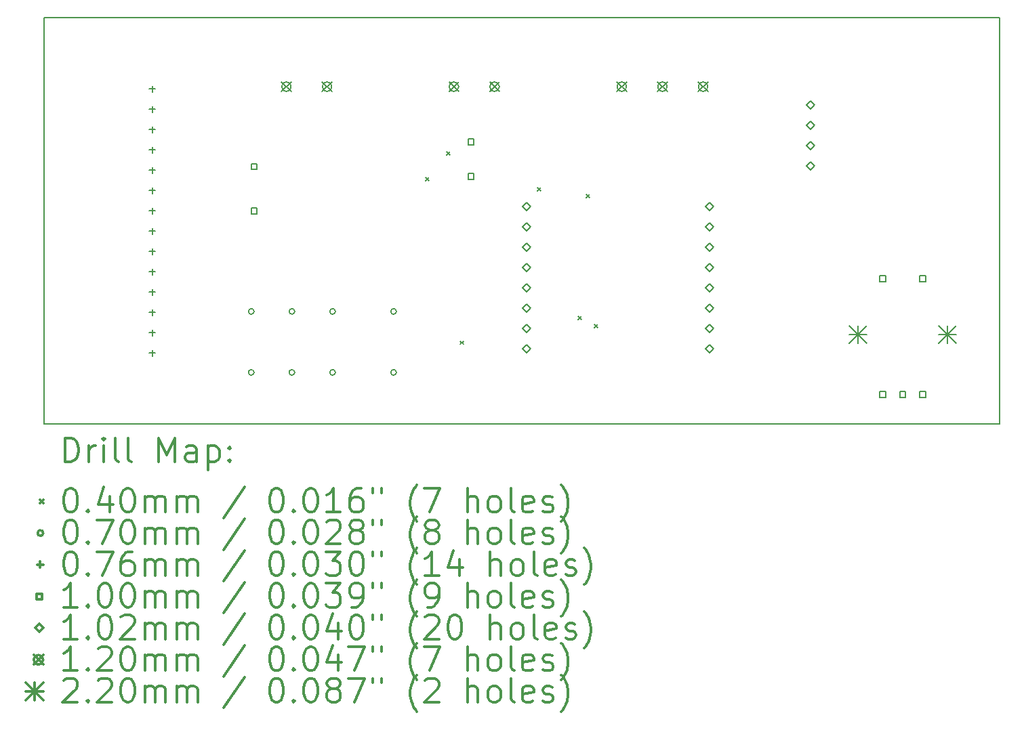
<source format=gbr>
%FSLAX45Y45*%
G04 Gerber Fmt 4.5, Leading zero omitted, Abs format (unit mm)*
G04 Created by KiCad (PCBNEW 4.0.7) date 06/30/19 19:59:10*
%MOMM*%
%LPD*%
G01*
G04 APERTURE LIST*
%ADD10C,0.127000*%
%ADD11C,0.150000*%
%ADD12C,0.200000*%
%ADD13C,0.300000*%
G04 APERTURE END LIST*
D10*
D11*
X20091400Y-9575800D02*
X20091400Y-4495800D01*
X8153400Y-9575800D02*
X20091400Y-9575800D01*
X8153400Y-4495800D02*
X8153400Y-9575800D01*
X20091400Y-4495800D02*
X8153400Y-4495800D01*
D12*
X12924320Y-6491140D02*
X12964320Y-6531140D01*
X12964320Y-6491140D02*
X12924320Y-6531140D01*
X13184350Y-6175250D02*
X13224350Y-6215250D01*
X13224350Y-6175250D02*
X13184350Y-6215250D01*
X13355030Y-8539900D02*
X13395030Y-8579900D01*
X13395030Y-8539900D02*
X13355030Y-8579900D01*
X14320170Y-6622410D02*
X14360170Y-6662410D01*
X14360170Y-6622410D02*
X14320170Y-6662410D01*
X14828250Y-8229810D02*
X14868250Y-8269810D01*
X14868250Y-8229810D02*
X14828250Y-8269810D01*
X14930790Y-6706880D02*
X14970790Y-6746880D01*
X14970790Y-6706880D02*
X14930790Y-6746880D01*
X15031430Y-8333620D02*
X15071430Y-8373620D01*
X15071430Y-8333620D02*
X15031430Y-8373620D01*
X10779000Y-8931000D02*
G75*
G03X10779000Y-8931000I-35000J0D01*
G01*
X10780000Y-8168000D02*
G75*
G03X10780000Y-8168000I-35000J0D01*
G01*
X11287000Y-8931000D02*
G75*
G03X11287000Y-8931000I-35000J0D01*
G01*
X11289000Y-8168000D02*
G75*
G03X11289000Y-8168000I-35000J0D01*
G01*
X11796000Y-8168000D02*
G75*
G03X11796000Y-8168000I-35000J0D01*
G01*
X11796000Y-8930000D02*
G75*
G03X11796000Y-8930000I-35000J0D01*
G01*
X12558000Y-8168000D02*
G75*
G03X12558000Y-8168000I-35000J0D01*
G01*
X12558000Y-8930000D02*
G75*
G03X12558000Y-8930000I-35000J0D01*
G01*
X9509000Y-5349900D02*
X9509000Y-5426100D01*
X9470900Y-5388000D02*
X9547100Y-5388000D01*
X9509000Y-5603900D02*
X9509000Y-5680100D01*
X9470900Y-5642000D02*
X9547100Y-5642000D01*
X9509000Y-5857900D02*
X9509000Y-5934100D01*
X9470900Y-5896000D02*
X9547100Y-5896000D01*
X9509000Y-6111900D02*
X9509000Y-6188100D01*
X9470900Y-6150000D02*
X9547100Y-6150000D01*
X9509000Y-6365900D02*
X9509000Y-6442100D01*
X9470900Y-6404000D02*
X9547100Y-6404000D01*
X9509000Y-6619900D02*
X9509000Y-6696100D01*
X9470900Y-6658000D02*
X9547100Y-6658000D01*
X9509000Y-6873900D02*
X9509000Y-6950100D01*
X9470900Y-6912000D02*
X9547100Y-6912000D01*
X9509000Y-7127900D02*
X9509000Y-7204100D01*
X9470900Y-7166000D02*
X9547100Y-7166000D01*
X9509000Y-7381900D02*
X9509000Y-7458100D01*
X9470900Y-7420000D02*
X9547100Y-7420000D01*
X9509000Y-7635900D02*
X9509000Y-7712100D01*
X9470900Y-7674000D02*
X9547100Y-7674000D01*
X9509000Y-7889900D02*
X9509000Y-7966100D01*
X9470900Y-7928000D02*
X9547100Y-7928000D01*
X9509000Y-8143900D02*
X9509000Y-8220100D01*
X9470900Y-8182000D02*
X9547100Y-8182000D01*
X9509000Y-8397900D02*
X9509000Y-8474100D01*
X9470900Y-8436000D02*
X9547100Y-8436000D01*
X9509000Y-8651900D02*
X9509000Y-8728100D01*
X9470900Y-8690000D02*
X9547100Y-8690000D01*
X10817156Y-6394556D02*
X10817156Y-6323844D01*
X10746444Y-6323844D01*
X10746444Y-6394556D01*
X10817156Y-6394556D01*
X10817156Y-6948556D02*
X10817156Y-6877844D01*
X10746444Y-6877844D01*
X10746444Y-6948556D01*
X10817156Y-6948556D01*
X13526156Y-6085056D02*
X13526156Y-6014344D01*
X13455444Y-6014344D01*
X13455444Y-6085056D01*
X13526156Y-6085056D01*
X13526156Y-6517056D02*
X13526156Y-6446344D01*
X13455444Y-6446344D01*
X13455444Y-6517056D01*
X13526156Y-6517056D01*
X18669356Y-7793356D02*
X18669356Y-7722644D01*
X18598644Y-7722644D01*
X18598644Y-7793356D01*
X18669356Y-7793356D01*
X18669356Y-9243356D02*
X18669356Y-9172644D01*
X18598644Y-9172644D01*
X18598644Y-9243356D01*
X18669356Y-9243356D01*
X18919356Y-9243356D02*
X18919356Y-9172644D01*
X18848644Y-9172644D01*
X18848644Y-9243356D01*
X18919356Y-9243356D01*
X19169356Y-7793356D02*
X19169356Y-7722644D01*
X19098644Y-7722644D01*
X19098644Y-7793356D01*
X19169356Y-7793356D01*
X19169356Y-9243356D02*
X19169356Y-9172644D01*
X19098644Y-9172644D01*
X19098644Y-9243356D01*
X19169356Y-9243356D01*
X14184000Y-6910800D02*
X14234800Y-6860000D01*
X14184000Y-6809200D01*
X14133200Y-6860000D01*
X14184000Y-6910800D01*
X14184000Y-7164800D02*
X14234800Y-7114000D01*
X14184000Y-7063200D01*
X14133200Y-7114000D01*
X14184000Y-7164800D01*
X14184000Y-7418800D02*
X14234800Y-7368000D01*
X14184000Y-7317200D01*
X14133200Y-7368000D01*
X14184000Y-7418800D01*
X14184000Y-7672800D02*
X14234800Y-7622000D01*
X14184000Y-7571200D01*
X14133200Y-7622000D01*
X14184000Y-7672800D01*
X14184000Y-7926800D02*
X14234800Y-7876000D01*
X14184000Y-7825200D01*
X14133200Y-7876000D01*
X14184000Y-7926800D01*
X14184000Y-8180800D02*
X14234800Y-8130000D01*
X14184000Y-8079200D01*
X14133200Y-8130000D01*
X14184000Y-8180800D01*
X14184000Y-8434800D02*
X14234800Y-8384000D01*
X14184000Y-8333200D01*
X14133200Y-8384000D01*
X14184000Y-8434800D01*
X14184000Y-8688800D02*
X14234800Y-8638000D01*
X14184000Y-8587200D01*
X14133200Y-8638000D01*
X14184000Y-8688800D01*
X16470000Y-6910800D02*
X16520800Y-6860000D01*
X16470000Y-6809200D01*
X16419200Y-6860000D01*
X16470000Y-6910800D01*
X16470000Y-7164800D02*
X16520800Y-7114000D01*
X16470000Y-7063200D01*
X16419200Y-7114000D01*
X16470000Y-7164800D01*
X16470000Y-7418800D02*
X16520800Y-7368000D01*
X16470000Y-7317200D01*
X16419200Y-7368000D01*
X16470000Y-7418800D01*
X16470000Y-7672800D02*
X16520800Y-7622000D01*
X16470000Y-7571200D01*
X16419200Y-7622000D01*
X16470000Y-7672800D01*
X16470000Y-7926800D02*
X16520800Y-7876000D01*
X16470000Y-7825200D01*
X16419200Y-7876000D01*
X16470000Y-7926800D01*
X16470000Y-8180800D02*
X16520800Y-8130000D01*
X16470000Y-8079200D01*
X16419200Y-8130000D01*
X16470000Y-8180800D01*
X16470000Y-8434800D02*
X16520800Y-8384000D01*
X16470000Y-8333200D01*
X16419200Y-8384000D01*
X16470000Y-8434800D01*
X16470000Y-8688800D02*
X16520800Y-8638000D01*
X16470000Y-8587200D01*
X16419200Y-8638000D01*
X16470000Y-8688800D01*
X17734000Y-5640800D02*
X17784800Y-5590000D01*
X17734000Y-5539200D01*
X17683200Y-5590000D01*
X17734000Y-5640800D01*
X17734000Y-5894800D02*
X17784800Y-5844000D01*
X17734000Y-5793200D01*
X17683200Y-5844000D01*
X17734000Y-5894800D01*
X17734000Y-6148800D02*
X17784800Y-6098000D01*
X17734000Y-6047200D01*
X17683200Y-6098000D01*
X17734000Y-6148800D01*
X17734000Y-6402800D02*
X17784800Y-6352000D01*
X17734000Y-6301200D01*
X17683200Y-6352000D01*
X17734000Y-6402800D01*
X11124000Y-5298000D02*
X11244000Y-5418000D01*
X11244000Y-5298000D02*
X11124000Y-5418000D01*
X11244000Y-5358000D02*
G75*
G03X11244000Y-5358000I-60000J0D01*
G01*
X11632000Y-5298000D02*
X11752000Y-5418000D01*
X11752000Y-5298000D02*
X11632000Y-5418000D01*
X11752000Y-5358000D02*
G75*
G03X11752000Y-5358000I-60000J0D01*
G01*
X13216000Y-5298000D02*
X13336000Y-5418000D01*
X13336000Y-5298000D02*
X13216000Y-5418000D01*
X13336000Y-5358000D02*
G75*
G03X13336000Y-5358000I-60000J0D01*
G01*
X13724000Y-5298000D02*
X13844000Y-5418000D01*
X13844000Y-5298000D02*
X13724000Y-5418000D01*
X13844000Y-5358000D02*
G75*
G03X13844000Y-5358000I-60000J0D01*
G01*
X15314000Y-5298000D02*
X15434000Y-5418000D01*
X15434000Y-5298000D02*
X15314000Y-5418000D01*
X15434000Y-5358000D02*
G75*
G03X15434000Y-5358000I-60000J0D01*
G01*
X15822000Y-5298000D02*
X15942000Y-5418000D01*
X15942000Y-5298000D02*
X15822000Y-5418000D01*
X15942000Y-5358000D02*
G75*
G03X15942000Y-5358000I-60000J0D01*
G01*
X16330000Y-5298000D02*
X16450000Y-5418000D01*
X16450000Y-5298000D02*
X16330000Y-5418000D01*
X16450000Y-5358000D02*
G75*
G03X16450000Y-5358000I-60000J0D01*
G01*
X18214000Y-8348000D02*
X18434000Y-8568000D01*
X18434000Y-8348000D02*
X18214000Y-8568000D01*
X18324000Y-8348000D02*
X18324000Y-8568000D01*
X18214000Y-8458000D02*
X18434000Y-8458000D01*
X19334000Y-8348000D02*
X19554000Y-8568000D01*
X19554000Y-8348000D02*
X19334000Y-8568000D01*
X19444000Y-8348000D02*
X19444000Y-8568000D01*
X19334000Y-8458000D02*
X19554000Y-8458000D01*
D13*
X8417329Y-10049014D02*
X8417329Y-9749014D01*
X8488757Y-9749014D01*
X8531614Y-9763300D01*
X8560186Y-9791872D01*
X8574471Y-9820443D01*
X8588757Y-9877586D01*
X8588757Y-9920443D01*
X8574471Y-9977586D01*
X8560186Y-10006157D01*
X8531614Y-10034729D01*
X8488757Y-10049014D01*
X8417329Y-10049014D01*
X8717329Y-10049014D02*
X8717329Y-9849014D01*
X8717329Y-9906157D02*
X8731614Y-9877586D01*
X8745900Y-9863300D01*
X8774471Y-9849014D01*
X8803043Y-9849014D01*
X8903043Y-10049014D02*
X8903043Y-9849014D01*
X8903043Y-9749014D02*
X8888757Y-9763300D01*
X8903043Y-9777586D01*
X8917329Y-9763300D01*
X8903043Y-9749014D01*
X8903043Y-9777586D01*
X9088757Y-10049014D02*
X9060186Y-10034729D01*
X9045900Y-10006157D01*
X9045900Y-9749014D01*
X9245900Y-10049014D02*
X9217329Y-10034729D01*
X9203043Y-10006157D01*
X9203043Y-9749014D01*
X9588757Y-10049014D02*
X9588757Y-9749014D01*
X9688757Y-9963300D01*
X9788757Y-9749014D01*
X9788757Y-10049014D01*
X10060186Y-10049014D02*
X10060186Y-9891872D01*
X10045900Y-9863300D01*
X10017329Y-9849014D01*
X9960186Y-9849014D01*
X9931614Y-9863300D01*
X10060186Y-10034729D02*
X10031614Y-10049014D01*
X9960186Y-10049014D01*
X9931614Y-10034729D01*
X9917329Y-10006157D01*
X9917329Y-9977586D01*
X9931614Y-9949014D01*
X9960186Y-9934729D01*
X10031614Y-9934729D01*
X10060186Y-9920443D01*
X10203043Y-9849014D02*
X10203043Y-10149014D01*
X10203043Y-9863300D02*
X10231614Y-9849014D01*
X10288757Y-9849014D01*
X10317329Y-9863300D01*
X10331614Y-9877586D01*
X10345900Y-9906157D01*
X10345900Y-9991872D01*
X10331614Y-10020443D01*
X10317329Y-10034729D01*
X10288757Y-10049014D01*
X10231614Y-10049014D01*
X10203043Y-10034729D01*
X10474471Y-10020443D02*
X10488757Y-10034729D01*
X10474471Y-10049014D01*
X10460186Y-10034729D01*
X10474471Y-10020443D01*
X10474471Y-10049014D01*
X10474471Y-9863300D02*
X10488757Y-9877586D01*
X10474471Y-9891872D01*
X10460186Y-9877586D01*
X10474471Y-9863300D01*
X10474471Y-9891872D01*
X8105900Y-10523300D02*
X8145900Y-10563300D01*
X8145900Y-10523300D02*
X8105900Y-10563300D01*
X8474471Y-10379014D02*
X8503043Y-10379014D01*
X8531614Y-10393300D01*
X8545900Y-10407586D01*
X8560186Y-10436157D01*
X8574471Y-10493300D01*
X8574471Y-10564729D01*
X8560186Y-10621872D01*
X8545900Y-10650443D01*
X8531614Y-10664729D01*
X8503043Y-10679014D01*
X8474471Y-10679014D01*
X8445900Y-10664729D01*
X8431614Y-10650443D01*
X8417329Y-10621872D01*
X8403043Y-10564729D01*
X8403043Y-10493300D01*
X8417329Y-10436157D01*
X8431614Y-10407586D01*
X8445900Y-10393300D01*
X8474471Y-10379014D01*
X8703043Y-10650443D02*
X8717329Y-10664729D01*
X8703043Y-10679014D01*
X8688757Y-10664729D01*
X8703043Y-10650443D01*
X8703043Y-10679014D01*
X8974471Y-10479014D02*
X8974471Y-10679014D01*
X8903043Y-10364729D02*
X8831614Y-10579014D01*
X9017328Y-10579014D01*
X9188757Y-10379014D02*
X9217329Y-10379014D01*
X9245900Y-10393300D01*
X9260186Y-10407586D01*
X9274471Y-10436157D01*
X9288757Y-10493300D01*
X9288757Y-10564729D01*
X9274471Y-10621872D01*
X9260186Y-10650443D01*
X9245900Y-10664729D01*
X9217329Y-10679014D01*
X9188757Y-10679014D01*
X9160186Y-10664729D01*
X9145900Y-10650443D01*
X9131614Y-10621872D01*
X9117329Y-10564729D01*
X9117329Y-10493300D01*
X9131614Y-10436157D01*
X9145900Y-10407586D01*
X9160186Y-10393300D01*
X9188757Y-10379014D01*
X9417329Y-10679014D02*
X9417329Y-10479014D01*
X9417329Y-10507586D02*
X9431614Y-10493300D01*
X9460186Y-10479014D01*
X9503043Y-10479014D01*
X9531614Y-10493300D01*
X9545900Y-10521872D01*
X9545900Y-10679014D01*
X9545900Y-10521872D02*
X9560186Y-10493300D01*
X9588757Y-10479014D01*
X9631614Y-10479014D01*
X9660186Y-10493300D01*
X9674471Y-10521872D01*
X9674471Y-10679014D01*
X9817329Y-10679014D02*
X9817329Y-10479014D01*
X9817329Y-10507586D02*
X9831614Y-10493300D01*
X9860186Y-10479014D01*
X9903043Y-10479014D01*
X9931614Y-10493300D01*
X9945900Y-10521872D01*
X9945900Y-10679014D01*
X9945900Y-10521872D02*
X9960186Y-10493300D01*
X9988757Y-10479014D01*
X10031614Y-10479014D01*
X10060186Y-10493300D01*
X10074471Y-10521872D01*
X10074471Y-10679014D01*
X10660186Y-10364729D02*
X10403043Y-10750443D01*
X11045900Y-10379014D02*
X11074471Y-10379014D01*
X11103043Y-10393300D01*
X11117328Y-10407586D01*
X11131614Y-10436157D01*
X11145900Y-10493300D01*
X11145900Y-10564729D01*
X11131614Y-10621872D01*
X11117328Y-10650443D01*
X11103043Y-10664729D01*
X11074471Y-10679014D01*
X11045900Y-10679014D01*
X11017328Y-10664729D01*
X11003043Y-10650443D01*
X10988757Y-10621872D01*
X10974471Y-10564729D01*
X10974471Y-10493300D01*
X10988757Y-10436157D01*
X11003043Y-10407586D01*
X11017328Y-10393300D01*
X11045900Y-10379014D01*
X11274471Y-10650443D02*
X11288757Y-10664729D01*
X11274471Y-10679014D01*
X11260186Y-10664729D01*
X11274471Y-10650443D01*
X11274471Y-10679014D01*
X11474471Y-10379014D02*
X11503043Y-10379014D01*
X11531614Y-10393300D01*
X11545900Y-10407586D01*
X11560185Y-10436157D01*
X11574471Y-10493300D01*
X11574471Y-10564729D01*
X11560185Y-10621872D01*
X11545900Y-10650443D01*
X11531614Y-10664729D01*
X11503043Y-10679014D01*
X11474471Y-10679014D01*
X11445900Y-10664729D01*
X11431614Y-10650443D01*
X11417328Y-10621872D01*
X11403043Y-10564729D01*
X11403043Y-10493300D01*
X11417328Y-10436157D01*
X11431614Y-10407586D01*
X11445900Y-10393300D01*
X11474471Y-10379014D01*
X11860185Y-10679014D02*
X11688757Y-10679014D01*
X11774471Y-10679014D02*
X11774471Y-10379014D01*
X11745900Y-10421872D01*
X11717328Y-10450443D01*
X11688757Y-10464729D01*
X12117328Y-10379014D02*
X12060185Y-10379014D01*
X12031614Y-10393300D01*
X12017328Y-10407586D01*
X11988757Y-10450443D01*
X11974471Y-10507586D01*
X11974471Y-10621872D01*
X11988757Y-10650443D01*
X12003043Y-10664729D01*
X12031614Y-10679014D01*
X12088757Y-10679014D01*
X12117328Y-10664729D01*
X12131614Y-10650443D01*
X12145900Y-10621872D01*
X12145900Y-10550443D01*
X12131614Y-10521872D01*
X12117328Y-10507586D01*
X12088757Y-10493300D01*
X12031614Y-10493300D01*
X12003043Y-10507586D01*
X11988757Y-10521872D01*
X11974471Y-10550443D01*
X12260186Y-10379014D02*
X12260186Y-10436157D01*
X12374471Y-10379014D02*
X12374471Y-10436157D01*
X12817328Y-10793300D02*
X12803043Y-10779014D01*
X12774471Y-10736157D01*
X12760185Y-10707586D01*
X12745900Y-10664729D01*
X12731614Y-10593300D01*
X12731614Y-10536157D01*
X12745900Y-10464729D01*
X12760185Y-10421872D01*
X12774471Y-10393300D01*
X12803043Y-10350443D01*
X12817328Y-10336157D01*
X12903043Y-10379014D02*
X13103043Y-10379014D01*
X12974471Y-10679014D01*
X13445900Y-10679014D02*
X13445900Y-10379014D01*
X13574471Y-10679014D02*
X13574471Y-10521872D01*
X13560185Y-10493300D01*
X13531614Y-10479014D01*
X13488757Y-10479014D01*
X13460185Y-10493300D01*
X13445900Y-10507586D01*
X13760185Y-10679014D02*
X13731614Y-10664729D01*
X13717328Y-10650443D01*
X13703043Y-10621872D01*
X13703043Y-10536157D01*
X13717328Y-10507586D01*
X13731614Y-10493300D01*
X13760185Y-10479014D01*
X13803043Y-10479014D01*
X13831614Y-10493300D01*
X13845900Y-10507586D01*
X13860185Y-10536157D01*
X13860185Y-10621872D01*
X13845900Y-10650443D01*
X13831614Y-10664729D01*
X13803043Y-10679014D01*
X13760185Y-10679014D01*
X14031614Y-10679014D02*
X14003043Y-10664729D01*
X13988757Y-10636157D01*
X13988757Y-10379014D01*
X14260186Y-10664729D02*
X14231614Y-10679014D01*
X14174471Y-10679014D01*
X14145900Y-10664729D01*
X14131614Y-10636157D01*
X14131614Y-10521872D01*
X14145900Y-10493300D01*
X14174471Y-10479014D01*
X14231614Y-10479014D01*
X14260186Y-10493300D01*
X14274471Y-10521872D01*
X14274471Y-10550443D01*
X14131614Y-10579014D01*
X14388757Y-10664729D02*
X14417328Y-10679014D01*
X14474471Y-10679014D01*
X14503043Y-10664729D01*
X14517328Y-10636157D01*
X14517328Y-10621872D01*
X14503043Y-10593300D01*
X14474471Y-10579014D01*
X14431614Y-10579014D01*
X14403043Y-10564729D01*
X14388757Y-10536157D01*
X14388757Y-10521872D01*
X14403043Y-10493300D01*
X14431614Y-10479014D01*
X14474471Y-10479014D01*
X14503043Y-10493300D01*
X14617328Y-10793300D02*
X14631614Y-10779014D01*
X14660186Y-10736157D01*
X14674471Y-10707586D01*
X14688757Y-10664729D01*
X14703043Y-10593300D01*
X14703043Y-10536157D01*
X14688757Y-10464729D01*
X14674471Y-10421872D01*
X14660186Y-10393300D01*
X14631614Y-10350443D01*
X14617328Y-10336157D01*
X8145900Y-10939300D02*
G75*
G03X8145900Y-10939300I-35000J0D01*
G01*
X8474471Y-10775014D02*
X8503043Y-10775014D01*
X8531614Y-10789300D01*
X8545900Y-10803586D01*
X8560186Y-10832157D01*
X8574471Y-10889300D01*
X8574471Y-10960729D01*
X8560186Y-11017872D01*
X8545900Y-11046443D01*
X8531614Y-11060729D01*
X8503043Y-11075014D01*
X8474471Y-11075014D01*
X8445900Y-11060729D01*
X8431614Y-11046443D01*
X8417329Y-11017872D01*
X8403043Y-10960729D01*
X8403043Y-10889300D01*
X8417329Y-10832157D01*
X8431614Y-10803586D01*
X8445900Y-10789300D01*
X8474471Y-10775014D01*
X8703043Y-11046443D02*
X8717329Y-11060729D01*
X8703043Y-11075014D01*
X8688757Y-11060729D01*
X8703043Y-11046443D01*
X8703043Y-11075014D01*
X8817328Y-10775014D02*
X9017328Y-10775014D01*
X8888757Y-11075014D01*
X9188757Y-10775014D02*
X9217329Y-10775014D01*
X9245900Y-10789300D01*
X9260186Y-10803586D01*
X9274471Y-10832157D01*
X9288757Y-10889300D01*
X9288757Y-10960729D01*
X9274471Y-11017872D01*
X9260186Y-11046443D01*
X9245900Y-11060729D01*
X9217329Y-11075014D01*
X9188757Y-11075014D01*
X9160186Y-11060729D01*
X9145900Y-11046443D01*
X9131614Y-11017872D01*
X9117329Y-10960729D01*
X9117329Y-10889300D01*
X9131614Y-10832157D01*
X9145900Y-10803586D01*
X9160186Y-10789300D01*
X9188757Y-10775014D01*
X9417329Y-11075014D02*
X9417329Y-10875014D01*
X9417329Y-10903586D02*
X9431614Y-10889300D01*
X9460186Y-10875014D01*
X9503043Y-10875014D01*
X9531614Y-10889300D01*
X9545900Y-10917872D01*
X9545900Y-11075014D01*
X9545900Y-10917872D02*
X9560186Y-10889300D01*
X9588757Y-10875014D01*
X9631614Y-10875014D01*
X9660186Y-10889300D01*
X9674471Y-10917872D01*
X9674471Y-11075014D01*
X9817329Y-11075014D02*
X9817329Y-10875014D01*
X9817329Y-10903586D02*
X9831614Y-10889300D01*
X9860186Y-10875014D01*
X9903043Y-10875014D01*
X9931614Y-10889300D01*
X9945900Y-10917872D01*
X9945900Y-11075014D01*
X9945900Y-10917872D02*
X9960186Y-10889300D01*
X9988757Y-10875014D01*
X10031614Y-10875014D01*
X10060186Y-10889300D01*
X10074471Y-10917872D01*
X10074471Y-11075014D01*
X10660186Y-10760729D02*
X10403043Y-11146443D01*
X11045900Y-10775014D02*
X11074471Y-10775014D01*
X11103043Y-10789300D01*
X11117328Y-10803586D01*
X11131614Y-10832157D01*
X11145900Y-10889300D01*
X11145900Y-10960729D01*
X11131614Y-11017872D01*
X11117328Y-11046443D01*
X11103043Y-11060729D01*
X11074471Y-11075014D01*
X11045900Y-11075014D01*
X11017328Y-11060729D01*
X11003043Y-11046443D01*
X10988757Y-11017872D01*
X10974471Y-10960729D01*
X10974471Y-10889300D01*
X10988757Y-10832157D01*
X11003043Y-10803586D01*
X11017328Y-10789300D01*
X11045900Y-10775014D01*
X11274471Y-11046443D02*
X11288757Y-11060729D01*
X11274471Y-11075014D01*
X11260186Y-11060729D01*
X11274471Y-11046443D01*
X11274471Y-11075014D01*
X11474471Y-10775014D02*
X11503043Y-10775014D01*
X11531614Y-10789300D01*
X11545900Y-10803586D01*
X11560185Y-10832157D01*
X11574471Y-10889300D01*
X11574471Y-10960729D01*
X11560185Y-11017872D01*
X11545900Y-11046443D01*
X11531614Y-11060729D01*
X11503043Y-11075014D01*
X11474471Y-11075014D01*
X11445900Y-11060729D01*
X11431614Y-11046443D01*
X11417328Y-11017872D01*
X11403043Y-10960729D01*
X11403043Y-10889300D01*
X11417328Y-10832157D01*
X11431614Y-10803586D01*
X11445900Y-10789300D01*
X11474471Y-10775014D01*
X11688757Y-10803586D02*
X11703043Y-10789300D01*
X11731614Y-10775014D01*
X11803043Y-10775014D01*
X11831614Y-10789300D01*
X11845900Y-10803586D01*
X11860185Y-10832157D01*
X11860185Y-10860729D01*
X11845900Y-10903586D01*
X11674471Y-11075014D01*
X11860185Y-11075014D01*
X12031614Y-10903586D02*
X12003043Y-10889300D01*
X11988757Y-10875014D01*
X11974471Y-10846443D01*
X11974471Y-10832157D01*
X11988757Y-10803586D01*
X12003043Y-10789300D01*
X12031614Y-10775014D01*
X12088757Y-10775014D01*
X12117328Y-10789300D01*
X12131614Y-10803586D01*
X12145900Y-10832157D01*
X12145900Y-10846443D01*
X12131614Y-10875014D01*
X12117328Y-10889300D01*
X12088757Y-10903586D01*
X12031614Y-10903586D01*
X12003043Y-10917872D01*
X11988757Y-10932157D01*
X11974471Y-10960729D01*
X11974471Y-11017872D01*
X11988757Y-11046443D01*
X12003043Y-11060729D01*
X12031614Y-11075014D01*
X12088757Y-11075014D01*
X12117328Y-11060729D01*
X12131614Y-11046443D01*
X12145900Y-11017872D01*
X12145900Y-10960729D01*
X12131614Y-10932157D01*
X12117328Y-10917872D01*
X12088757Y-10903586D01*
X12260186Y-10775014D02*
X12260186Y-10832157D01*
X12374471Y-10775014D02*
X12374471Y-10832157D01*
X12817328Y-11189300D02*
X12803043Y-11175014D01*
X12774471Y-11132157D01*
X12760185Y-11103586D01*
X12745900Y-11060729D01*
X12731614Y-10989300D01*
X12731614Y-10932157D01*
X12745900Y-10860729D01*
X12760185Y-10817872D01*
X12774471Y-10789300D01*
X12803043Y-10746443D01*
X12817328Y-10732157D01*
X12974471Y-10903586D02*
X12945900Y-10889300D01*
X12931614Y-10875014D01*
X12917328Y-10846443D01*
X12917328Y-10832157D01*
X12931614Y-10803586D01*
X12945900Y-10789300D01*
X12974471Y-10775014D01*
X13031614Y-10775014D01*
X13060185Y-10789300D01*
X13074471Y-10803586D01*
X13088757Y-10832157D01*
X13088757Y-10846443D01*
X13074471Y-10875014D01*
X13060185Y-10889300D01*
X13031614Y-10903586D01*
X12974471Y-10903586D01*
X12945900Y-10917872D01*
X12931614Y-10932157D01*
X12917328Y-10960729D01*
X12917328Y-11017872D01*
X12931614Y-11046443D01*
X12945900Y-11060729D01*
X12974471Y-11075014D01*
X13031614Y-11075014D01*
X13060185Y-11060729D01*
X13074471Y-11046443D01*
X13088757Y-11017872D01*
X13088757Y-10960729D01*
X13074471Y-10932157D01*
X13060185Y-10917872D01*
X13031614Y-10903586D01*
X13445900Y-11075014D02*
X13445900Y-10775014D01*
X13574471Y-11075014D02*
X13574471Y-10917872D01*
X13560185Y-10889300D01*
X13531614Y-10875014D01*
X13488757Y-10875014D01*
X13460185Y-10889300D01*
X13445900Y-10903586D01*
X13760185Y-11075014D02*
X13731614Y-11060729D01*
X13717328Y-11046443D01*
X13703043Y-11017872D01*
X13703043Y-10932157D01*
X13717328Y-10903586D01*
X13731614Y-10889300D01*
X13760185Y-10875014D01*
X13803043Y-10875014D01*
X13831614Y-10889300D01*
X13845900Y-10903586D01*
X13860185Y-10932157D01*
X13860185Y-11017872D01*
X13845900Y-11046443D01*
X13831614Y-11060729D01*
X13803043Y-11075014D01*
X13760185Y-11075014D01*
X14031614Y-11075014D02*
X14003043Y-11060729D01*
X13988757Y-11032157D01*
X13988757Y-10775014D01*
X14260186Y-11060729D02*
X14231614Y-11075014D01*
X14174471Y-11075014D01*
X14145900Y-11060729D01*
X14131614Y-11032157D01*
X14131614Y-10917872D01*
X14145900Y-10889300D01*
X14174471Y-10875014D01*
X14231614Y-10875014D01*
X14260186Y-10889300D01*
X14274471Y-10917872D01*
X14274471Y-10946443D01*
X14131614Y-10975014D01*
X14388757Y-11060729D02*
X14417328Y-11075014D01*
X14474471Y-11075014D01*
X14503043Y-11060729D01*
X14517328Y-11032157D01*
X14517328Y-11017872D01*
X14503043Y-10989300D01*
X14474471Y-10975014D01*
X14431614Y-10975014D01*
X14403043Y-10960729D01*
X14388757Y-10932157D01*
X14388757Y-10917872D01*
X14403043Y-10889300D01*
X14431614Y-10875014D01*
X14474471Y-10875014D01*
X14503043Y-10889300D01*
X14617328Y-11189300D02*
X14631614Y-11175014D01*
X14660186Y-11132157D01*
X14674471Y-11103586D01*
X14688757Y-11060729D01*
X14703043Y-10989300D01*
X14703043Y-10932157D01*
X14688757Y-10860729D01*
X14674471Y-10817872D01*
X14660186Y-10789300D01*
X14631614Y-10746443D01*
X14617328Y-10732157D01*
X8107800Y-11297200D02*
X8107800Y-11373400D01*
X8069700Y-11335300D02*
X8145900Y-11335300D01*
X8474471Y-11171014D02*
X8503043Y-11171014D01*
X8531614Y-11185300D01*
X8545900Y-11199586D01*
X8560186Y-11228157D01*
X8574471Y-11285300D01*
X8574471Y-11356729D01*
X8560186Y-11413871D01*
X8545900Y-11442443D01*
X8531614Y-11456729D01*
X8503043Y-11471014D01*
X8474471Y-11471014D01*
X8445900Y-11456729D01*
X8431614Y-11442443D01*
X8417329Y-11413871D01*
X8403043Y-11356729D01*
X8403043Y-11285300D01*
X8417329Y-11228157D01*
X8431614Y-11199586D01*
X8445900Y-11185300D01*
X8474471Y-11171014D01*
X8703043Y-11442443D02*
X8717329Y-11456729D01*
X8703043Y-11471014D01*
X8688757Y-11456729D01*
X8703043Y-11442443D01*
X8703043Y-11471014D01*
X8817328Y-11171014D02*
X9017328Y-11171014D01*
X8888757Y-11471014D01*
X9260186Y-11171014D02*
X9203043Y-11171014D01*
X9174471Y-11185300D01*
X9160186Y-11199586D01*
X9131614Y-11242443D01*
X9117329Y-11299586D01*
X9117329Y-11413871D01*
X9131614Y-11442443D01*
X9145900Y-11456729D01*
X9174471Y-11471014D01*
X9231614Y-11471014D01*
X9260186Y-11456729D01*
X9274471Y-11442443D01*
X9288757Y-11413871D01*
X9288757Y-11342443D01*
X9274471Y-11313871D01*
X9260186Y-11299586D01*
X9231614Y-11285300D01*
X9174471Y-11285300D01*
X9145900Y-11299586D01*
X9131614Y-11313871D01*
X9117329Y-11342443D01*
X9417329Y-11471014D02*
X9417329Y-11271014D01*
X9417329Y-11299586D02*
X9431614Y-11285300D01*
X9460186Y-11271014D01*
X9503043Y-11271014D01*
X9531614Y-11285300D01*
X9545900Y-11313871D01*
X9545900Y-11471014D01*
X9545900Y-11313871D02*
X9560186Y-11285300D01*
X9588757Y-11271014D01*
X9631614Y-11271014D01*
X9660186Y-11285300D01*
X9674471Y-11313871D01*
X9674471Y-11471014D01*
X9817329Y-11471014D02*
X9817329Y-11271014D01*
X9817329Y-11299586D02*
X9831614Y-11285300D01*
X9860186Y-11271014D01*
X9903043Y-11271014D01*
X9931614Y-11285300D01*
X9945900Y-11313871D01*
X9945900Y-11471014D01*
X9945900Y-11313871D02*
X9960186Y-11285300D01*
X9988757Y-11271014D01*
X10031614Y-11271014D01*
X10060186Y-11285300D01*
X10074471Y-11313871D01*
X10074471Y-11471014D01*
X10660186Y-11156729D02*
X10403043Y-11542443D01*
X11045900Y-11171014D02*
X11074471Y-11171014D01*
X11103043Y-11185300D01*
X11117328Y-11199586D01*
X11131614Y-11228157D01*
X11145900Y-11285300D01*
X11145900Y-11356729D01*
X11131614Y-11413871D01*
X11117328Y-11442443D01*
X11103043Y-11456729D01*
X11074471Y-11471014D01*
X11045900Y-11471014D01*
X11017328Y-11456729D01*
X11003043Y-11442443D01*
X10988757Y-11413871D01*
X10974471Y-11356729D01*
X10974471Y-11285300D01*
X10988757Y-11228157D01*
X11003043Y-11199586D01*
X11017328Y-11185300D01*
X11045900Y-11171014D01*
X11274471Y-11442443D02*
X11288757Y-11456729D01*
X11274471Y-11471014D01*
X11260186Y-11456729D01*
X11274471Y-11442443D01*
X11274471Y-11471014D01*
X11474471Y-11171014D02*
X11503043Y-11171014D01*
X11531614Y-11185300D01*
X11545900Y-11199586D01*
X11560185Y-11228157D01*
X11574471Y-11285300D01*
X11574471Y-11356729D01*
X11560185Y-11413871D01*
X11545900Y-11442443D01*
X11531614Y-11456729D01*
X11503043Y-11471014D01*
X11474471Y-11471014D01*
X11445900Y-11456729D01*
X11431614Y-11442443D01*
X11417328Y-11413871D01*
X11403043Y-11356729D01*
X11403043Y-11285300D01*
X11417328Y-11228157D01*
X11431614Y-11199586D01*
X11445900Y-11185300D01*
X11474471Y-11171014D01*
X11674471Y-11171014D02*
X11860185Y-11171014D01*
X11760185Y-11285300D01*
X11803043Y-11285300D01*
X11831614Y-11299586D01*
X11845900Y-11313871D01*
X11860185Y-11342443D01*
X11860185Y-11413871D01*
X11845900Y-11442443D01*
X11831614Y-11456729D01*
X11803043Y-11471014D01*
X11717328Y-11471014D01*
X11688757Y-11456729D01*
X11674471Y-11442443D01*
X12045900Y-11171014D02*
X12074471Y-11171014D01*
X12103043Y-11185300D01*
X12117328Y-11199586D01*
X12131614Y-11228157D01*
X12145900Y-11285300D01*
X12145900Y-11356729D01*
X12131614Y-11413871D01*
X12117328Y-11442443D01*
X12103043Y-11456729D01*
X12074471Y-11471014D01*
X12045900Y-11471014D01*
X12017328Y-11456729D01*
X12003043Y-11442443D01*
X11988757Y-11413871D01*
X11974471Y-11356729D01*
X11974471Y-11285300D01*
X11988757Y-11228157D01*
X12003043Y-11199586D01*
X12017328Y-11185300D01*
X12045900Y-11171014D01*
X12260186Y-11171014D02*
X12260186Y-11228157D01*
X12374471Y-11171014D02*
X12374471Y-11228157D01*
X12817328Y-11585300D02*
X12803043Y-11571014D01*
X12774471Y-11528157D01*
X12760185Y-11499586D01*
X12745900Y-11456729D01*
X12731614Y-11385300D01*
X12731614Y-11328157D01*
X12745900Y-11256729D01*
X12760185Y-11213871D01*
X12774471Y-11185300D01*
X12803043Y-11142443D01*
X12817328Y-11128157D01*
X13088757Y-11471014D02*
X12917328Y-11471014D01*
X13003043Y-11471014D02*
X13003043Y-11171014D01*
X12974471Y-11213871D01*
X12945900Y-11242443D01*
X12917328Y-11256729D01*
X13345900Y-11271014D02*
X13345900Y-11471014D01*
X13274471Y-11156729D02*
X13203043Y-11371014D01*
X13388757Y-11371014D01*
X13731614Y-11471014D02*
X13731614Y-11171014D01*
X13860185Y-11471014D02*
X13860185Y-11313871D01*
X13845900Y-11285300D01*
X13817328Y-11271014D01*
X13774471Y-11271014D01*
X13745900Y-11285300D01*
X13731614Y-11299586D01*
X14045900Y-11471014D02*
X14017328Y-11456729D01*
X14003043Y-11442443D01*
X13988757Y-11413871D01*
X13988757Y-11328157D01*
X14003043Y-11299586D01*
X14017328Y-11285300D01*
X14045900Y-11271014D01*
X14088757Y-11271014D01*
X14117328Y-11285300D01*
X14131614Y-11299586D01*
X14145900Y-11328157D01*
X14145900Y-11413871D01*
X14131614Y-11442443D01*
X14117328Y-11456729D01*
X14088757Y-11471014D01*
X14045900Y-11471014D01*
X14317328Y-11471014D02*
X14288757Y-11456729D01*
X14274471Y-11428157D01*
X14274471Y-11171014D01*
X14545900Y-11456729D02*
X14517328Y-11471014D01*
X14460186Y-11471014D01*
X14431614Y-11456729D01*
X14417328Y-11428157D01*
X14417328Y-11313871D01*
X14431614Y-11285300D01*
X14460186Y-11271014D01*
X14517328Y-11271014D01*
X14545900Y-11285300D01*
X14560186Y-11313871D01*
X14560186Y-11342443D01*
X14417328Y-11371014D01*
X14674471Y-11456729D02*
X14703043Y-11471014D01*
X14760186Y-11471014D01*
X14788757Y-11456729D01*
X14803043Y-11428157D01*
X14803043Y-11413871D01*
X14788757Y-11385300D01*
X14760186Y-11371014D01*
X14717328Y-11371014D01*
X14688757Y-11356729D01*
X14674471Y-11328157D01*
X14674471Y-11313871D01*
X14688757Y-11285300D01*
X14717328Y-11271014D01*
X14760186Y-11271014D01*
X14788757Y-11285300D01*
X14903043Y-11585300D02*
X14917328Y-11571014D01*
X14945900Y-11528157D01*
X14960186Y-11499586D01*
X14974471Y-11456729D01*
X14988757Y-11385300D01*
X14988757Y-11328157D01*
X14974471Y-11256729D01*
X14960186Y-11213871D01*
X14945900Y-11185300D01*
X14917328Y-11142443D01*
X14903043Y-11128157D01*
X8131256Y-11766656D02*
X8131256Y-11695944D01*
X8060544Y-11695944D01*
X8060544Y-11766656D01*
X8131256Y-11766656D01*
X8574471Y-11867014D02*
X8403043Y-11867014D01*
X8488757Y-11867014D02*
X8488757Y-11567014D01*
X8460186Y-11609871D01*
X8431614Y-11638443D01*
X8403043Y-11652729D01*
X8703043Y-11838443D02*
X8717329Y-11852729D01*
X8703043Y-11867014D01*
X8688757Y-11852729D01*
X8703043Y-11838443D01*
X8703043Y-11867014D01*
X8903043Y-11567014D02*
X8931614Y-11567014D01*
X8960186Y-11581300D01*
X8974471Y-11595586D01*
X8988757Y-11624157D01*
X9003043Y-11681300D01*
X9003043Y-11752729D01*
X8988757Y-11809871D01*
X8974471Y-11838443D01*
X8960186Y-11852729D01*
X8931614Y-11867014D01*
X8903043Y-11867014D01*
X8874471Y-11852729D01*
X8860186Y-11838443D01*
X8845900Y-11809871D01*
X8831614Y-11752729D01*
X8831614Y-11681300D01*
X8845900Y-11624157D01*
X8860186Y-11595586D01*
X8874471Y-11581300D01*
X8903043Y-11567014D01*
X9188757Y-11567014D02*
X9217329Y-11567014D01*
X9245900Y-11581300D01*
X9260186Y-11595586D01*
X9274471Y-11624157D01*
X9288757Y-11681300D01*
X9288757Y-11752729D01*
X9274471Y-11809871D01*
X9260186Y-11838443D01*
X9245900Y-11852729D01*
X9217329Y-11867014D01*
X9188757Y-11867014D01*
X9160186Y-11852729D01*
X9145900Y-11838443D01*
X9131614Y-11809871D01*
X9117329Y-11752729D01*
X9117329Y-11681300D01*
X9131614Y-11624157D01*
X9145900Y-11595586D01*
X9160186Y-11581300D01*
X9188757Y-11567014D01*
X9417329Y-11867014D02*
X9417329Y-11667014D01*
X9417329Y-11695586D02*
X9431614Y-11681300D01*
X9460186Y-11667014D01*
X9503043Y-11667014D01*
X9531614Y-11681300D01*
X9545900Y-11709871D01*
X9545900Y-11867014D01*
X9545900Y-11709871D02*
X9560186Y-11681300D01*
X9588757Y-11667014D01*
X9631614Y-11667014D01*
X9660186Y-11681300D01*
X9674471Y-11709871D01*
X9674471Y-11867014D01*
X9817329Y-11867014D02*
X9817329Y-11667014D01*
X9817329Y-11695586D02*
X9831614Y-11681300D01*
X9860186Y-11667014D01*
X9903043Y-11667014D01*
X9931614Y-11681300D01*
X9945900Y-11709871D01*
X9945900Y-11867014D01*
X9945900Y-11709871D02*
X9960186Y-11681300D01*
X9988757Y-11667014D01*
X10031614Y-11667014D01*
X10060186Y-11681300D01*
X10074471Y-11709871D01*
X10074471Y-11867014D01*
X10660186Y-11552729D02*
X10403043Y-11938443D01*
X11045900Y-11567014D02*
X11074471Y-11567014D01*
X11103043Y-11581300D01*
X11117328Y-11595586D01*
X11131614Y-11624157D01*
X11145900Y-11681300D01*
X11145900Y-11752729D01*
X11131614Y-11809871D01*
X11117328Y-11838443D01*
X11103043Y-11852729D01*
X11074471Y-11867014D01*
X11045900Y-11867014D01*
X11017328Y-11852729D01*
X11003043Y-11838443D01*
X10988757Y-11809871D01*
X10974471Y-11752729D01*
X10974471Y-11681300D01*
X10988757Y-11624157D01*
X11003043Y-11595586D01*
X11017328Y-11581300D01*
X11045900Y-11567014D01*
X11274471Y-11838443D02*
X11288757Y-11852729D01*
X11274471Y-11867014D01*
X11260186Y-11852729D01*
X11274471Y-11838443D01*
X11274471Y-11867014D01*
X11474471Y-11567014D02*
X11503043Y-11567014D01*
X11531614Y-11581300D01*
X11545900Y-11595586D01*
X11560185Y-11624157D01*
X11574471Y-11681300D01*
X11574471Y-11752729D01*
X11560185Y-11809871D01*
X11545900Y-11838443D01*
X11531614Y-11852729D01*
X11503043Y-11867014D01*
X11474471Y-11867014D01*
X11445900Y-11852729D01*
X11431614Y-11838443D01*
X11417328Y-11809871D01*
X11403043Y-11752729D01*
X11403043Y-11681300D01*
X11417328Y-11624157D01*
X11431614Y-11595586D01*
X11445900Y-11581300D01*
X11474471Y-11567014D01*
X11674471Y-11567014D02*
X11860185Y-11567014D01*
X11760185Y-11681300D01*
X11803043Y-11681300D01*
X11831614Y-11695586D01*
X11845900Y-11709871D01*
X11860185Y-11738443D01*
X11860185Y-11809871D01*
X11845900Y-11838443D01*
X11831614Y-11852729D01*
X11803043Y-11867014D01*
X11717328Y-11867014D01*
X11688757Y-11852729D01*
X11674471Y-11838443D01*
X12003043Y-11867014D02*
X12060185Y-11867014D01*
X12088757Y-11852729D01*
X12103043Y-11838443D01*
X12131614Y-11795586D01*
X12145900Y-11738443D01*
X12145900Y-11624157D01*
X12131614Y-11595586D01*
X12117328Y-11581300D01*
X12088757Y-11567014D01*
X12031614Y-11567014D01*
X12003043Y-11581300D01*
X11988757Y-11595586D01*
X11974471Y-11624157D01*
X11974471Y-11695586D01*
X11988757Y-11724157D01*
X12003043Y-11738443D01*
X12031614Y-11752729D01*
X12088757Y-11752729D01*
X12117328Y-11738443D01*
X12131614Y-11724157D01*
X12145900Y-11695586D01*
X12260186Y-11567014D02*
X12260186Y-11624157D01*
X12374471Y-11567014D02*
X12374471Y-11624157D01*
X12817328Y-11981300D02*
X12803043Y-11967014D01*
X12774471Y-11924157D01*
X12760185Y-11895586D01*
X12745900Y-11852729D01*
X12731614Y-11781300D01*
X12731614Y-11724157D01*
X12745900Y-11652729D01*
X12760185Y-11609871D01*
X12774471Y-11581300D01*
X12803043Y-11538443D01*
X12817328Y-11524157D01*
X12945900Y-11867014D02*
X13003043Y-11867014D01*
X13031614Y-11852729D01*
X13045900Y-11838443D01*
X13074471Y-11795586D01*
X13088757Y-11738443D01*
X13088757Y-11624157D01*
X13074471Y-11595586D01*
X13060185Y-11581300D01*
X13031614Y-11567014D01*
X12974471Y-11567014D01*
X12945900Y-11581300D01*
X12931614Y-11595586D01*
X12917328Y-11624157D01*
X12917328Y-11695586D01*
X12931614Y-11724157D01*
X12945900Y-11738443D01*
X12974471Y-11752729D01*
X13031614Y-11752729D01*
X13060185Y-11738443D01*
X13074471Y-11724157D01*
X13088757Y-11695586D01*
X13445900Y-11867014D02*
X13445900Y-11567014D01*
X13574471Y-11867014D02*
X13574471Y-11709871D01*
X13560185Y-11681300D01*
X13531614Y-11667014D01*
X13488757Y-11667014D01*
X13460185Y-11681300D01*
X13445900Y-11695586D01*
X13760185Y-11867014D02*
X13731614Y-11852729D01*
X13717328Y-11838443D01*
X13703043Y-11809871D01*
X13703043Y-11724157D01*
X13717328Y-11695586D01*
X13731614Y-11681300D01*
X13760185Y-11667014D01*
X13803043Y-11667014D01*
X13831614Y-11681300D01*
X13845900Y-11695586D01*
X13860185Y-11724157D01*
X13860185Y-11809871D01*
X13845900Y-11838443D01*
X13831614Y-11852729D01*
X13803043Y-11867014D01*
X13760185Y-11867014D01*
X14031614Y-11867014D02*
X14003043Y-11852729D01*
X13988757Y-11824157D01*
X13988757Y-11567014D01*
X14260186Y-11852729D02*
X14231614Y-11867014D01*
X14174471Y-11867014D01*
X14145900Y-11852729D01*
X14131614Y-11824157D01*
X14131614Y-11709871D01*
X14145900Y-11681300D01*
X14174471Y-11667014D01*
X14231614Y-11667014D01*
X14260186Y-11681300D01*
X14274471Y-11709871D01*
X14274471Y-11738443D01*
X14131614Y-11767014D01*
X14388757Y-11852729D02*
X14417328Y-11867014D01*
X14474471Y-11867014D01*
X14503043Y-11852729D01*
X14517328Y-11824157D01*
X14517328Y-11809871D01*
X14503043Y-11781300D01*
X14474471Y-11767014D01*
X14431614Y-11767014D01*
X14403043Y-11752729D01*
X14388757Y-11724157D01*
X14388757Y-11709871D01*
X14403043Y-11681300D01*
X14431614Y-11667014D01*
X14474471Y-11667014D01*
X14503043Y-11681300D01*
X14617328Y-11981300D02*
X14631614Y-11967014D01*
X14660186Y-11924157D01*
X14674471Y-11895586D01*
X14688757Y-11852729D01*
X14703043Y-11781300D01*
X14703043Y-11724157D01*
X14688757Y-11652729D01*
X14674471Y-11609871D01*
X14660186Y-11581300D01*
X14631614Y-11538443D01*
X14617328Y-11524157D01*
X8095100Y-12178100D02*
X8145900Y-12127300D01*
X8095100Y-12076500D01*
X8044300Y-12127300D01*
X8095100Y-12178100D01*
X8574471Y-12263014D02*
X8403043Y-12263014D01*
X8488757Y-12263014D02*
X8488757Y-11963014D01*
X8460186Y-12005871D01*
X8431614Y-12034443D01*
X8403043Y-12048729D01*
X8703043Y-12234443D02*
X8717329Y-12248729D01*
X8703043Y-12263014D01*
X8688757Y-12248729D01*
X8703043Y-12234443D01*
X8703043Y-12263014D01*
X8903043Y-11963014D02*
X8931614Y-11963014D01*
X8960186Y-11977300D01*
X8974471Y-11991586D01*
X8988757Y-12020157D01*
X9003043Y-12077300D01*
X9003043Y-12148729D01*
X8988757Y-12205871D01*
X8974471Y-12234443D01*
X8960186Y-12248729D01*
X8931614Y-12263014D01*
X8903043Y-12263014D01*
X8874471Y-12248729D01*
X8860186Y-12234443D01*
X8845900Y-12205871D01*
X8831614Y-12148729D01*
X8831614Y-12077300D01*
X8845900Y-12020157D01*
X8860186Y-11991586D01*
X8874471Y-11977300D01*
X8903043Y-11963014D01*
X9117329Y-11991586D02*
X9131614Y-11977300D01*
X9160186Y-11963014D01*
X9231614Y-11963014D01*
X9260186Y-11977300D01*
X9274471Y-11991586D01*
X9288757Y-12020157D01*
X9288757Y-12048729D01*
X9274471Y-12091586D01*
X9103043Y-12263014D01*
X9288757Y-12263014D01*
X9417329Y-12263014D02*
X9417329Y-12063014D01*
X9417329Y-12091586D02*
X9431614Y-12077300D01*
X9460186Y-12063014D01*
X9503043Y-12063014D01*
X9531614Y-12077300D01*
X9545900Y-12105871D01*
X9545900Y-12263014D01*
X9545900Y-12105871D02*
X9560186Y-12077300D01*
X9588757Y-12063014D01*
X9631614Y-12063014D01*
X9660186Y-12077300D01*
X9674471Y-12105871D01*
X9674471Y-12263014D01*
X9817329Y-12263014D02*
X9817329Y-12063014D01*
X9817329Y-12091586D02*
X9831614Y-12077300D01*
X9860186Y-12063014D01*
X9903043Y-12063014D01*
X9931614Y-12077300D01*
X9945900Y-12105871D01*
X9945900Y-12263014D01*
X9945900Y-12105871D02*
X9960186Y-12077300D01*
X9988757Y-12063014D01*
X10031614Y-12063014D01*
X10060186Y-12077300D01*
X10074471Y-12105871D01*
X10074471Y-12263014D01*
X10660186Y-11948729D02*
X10403043Y-12334443D01*
X11045900Y-11963014D02*
X11074471Y-11963014D01*
X11103043Y-11977300D01*
X11117328Y-11991586D01*
X11131614Y-12020157D01*
X11145900Y-12077300D01*
X11145900Y-12148729D01*
X11131614Y-12205871D01*
X11117328Y-12234443D01*
X11103043Y-12248729D01*
X11074471Y-12263014D01*
X11045900Y-12263014D01*
X11017328Y-12248729D01*
X11003043Y-12234443D01*
X10988757Y-12205871D01*
X10974471Y-12148729D01*
X10974471Y-12077300D01*
X10988757Y-12020157D01*
X11003043Y-11991586D01*
X11017328Y-11977300D01*
X11045900Y-11963014D01*
X11274471Y-12234443D02*
X11288757Y-12248729D01*
X11274471Y-12263014D01*
X11260186Y-12248729D01*
X11274471Y-12234443D01*
X11274471Y-12263014D01*
X11474471Y-11963014D02*
X11503043Y-11963014D01*
X11531614Y-11977300D01*
X11545900Y-11991586D01*
X11560185Y-12020157D01*
X11574471Y-12077300D01*
X11574471Y-12148729D01*
X11560185Y-12205871D01*
X11545900Y-12234443D01*
X11531614Y-12248729D01*
X11503043Y-12263014D01*
X11474471Y-12263014D01*
X11445900Y-12248729D01*
X11431614Y-12234443D01*
X11417328Y-12205871D01*
X11403043Y-12148729D01*
X11403043Y-12077300D01*
X11417328Y-12020157D01*
X11431614Y-11991586D01*
X11445900Y-11977300D01*
X11474471Y-11963014D01*
X11831614Y-12063014D02*
X11831614Y-12263014D01*
X11760185Y-11948729D02*
X11688757Y-12163014D01*
X11874471Y-12163014D01*
X12045900Y-11963014D02*
X12074471Y-11963014D01*
X12103043Y-11977300D01*
X12117328Y-11991586D01*
X12131614Y-12020157D01*
X12145900Y-12077300D01*
X12145900Y-12148729D01*
X12131614Y-12205871D01*
X12117328Y-12234443D01*
X12103043Y-12248729D01*
X12074471Y-12263014D01*
X12045900Y-12263014D01*
X12017328Y-12248729D01*
X12003043Y-12234443D01*
X11988757Y-12205871D01*
X11974471Y-12148729D01*
X11974471Y-12077300D01*
X11988757Y-12020157D01*
X12003043Y-11991586D01*
X12017328Y-11977300D01*
X12045900Y-11963014D01*
X12260186Y-11963014D02*
X12260186Y-12020157D01*
X12374471Y-11963014D02*
X12374471Y-12020157D01*
X12817328Y-12377300D02*
X12803043Y-12363014D01*
X12774471Y-12320157D01*
X12760185Y-12291586D01*
X12745900Y-12248729D01*
X12731614Y-12177300D01*
X12731614Y-12120157D01*
X12745900Y-12048729D01*
X12760185Y-12005871D01*
X12774471Y-11977300D01*
X12803043Y-11934443D01*
X12817328Y-11920157D01*
X12917328Y-11991586D02*
X12931614Y-11977300D01*
X12960185Y-11963014D01*
X13031614Y-11963014D01*
X13060185Y-11977300D01*
X13074471Y-11991586D01*
X13088757Y-12020157D01*
X13088757Y-12048729D01*
X13074471Y-12091586D01*
X12903043Y-12263014D01*
X13088757Y-12263014D01*
X13274471Y-11963014D02*
X13303043Y-11963014D01*
X13331614Y-11977300D01*
X13345900Y-11991586D01*
X13360185Y-12020157D01*
X13374471Y-12077300D01*
X13374471Y-12148729D01*
X13360185Y-12205871D01*
X13345900Y-12234443D01*
X13331614Y-12248729D01*
X13303043Y-12263014D01*
X13274471Y-12263014D01*
X13245900Y-12248729D01*
X13231614Y-12234443D01*
X13217328Y-12205871D01*
X13203043Y-12148729D01*
X13203043Y-12077300D01*
X13217328Y-12020157D01*
X13231614Y-11991586D01*
X13245900Y-11977300D01*
X13274471Y-11963014D01*
X13731614Y-12263014D02*
X13731614Y-11963014D01*
X13860185Y-12263014D02*
X13860185Y-12105871D01*
X13845900Y-12077300D01*
X13817328Y-12063014D01*
X13774471Y-12063014D01*
X13745900Y-12077300D01*
X13731614Y-12091586D01*
X14045900Y-12263014D02*
X14017328Y-12248729D01*
X14003043Y-12234443D01*
X13988757Y-12205871D01*
X13988757Y-12120157D01*
X14003043Y-12091586D01*
X14017328Y-12077300D01*
X14045900Y-12063014D01*
X14088757Y-12063014D01*
X14117328Y-12077300D01*
X14131614Y-12091586D01*
X14145900Y-12120157D01*
X14145900Y-12205871D01*
X14131614Y-12234443D01*
X14117328Y-12248729D01*
X14088757Y-12263014D01*
X14045900Y-12263014D01*
X14317328Y-12263014D02*
X14288757Y-12248729D01*
X14274471Y-12220157D01*
X14274471Y-11963014D01*
X14545900Y-12248729D02*
X14517328Y-12263014D01*
X14460186Y-12263014D01*
X14431614Y-12248729D01*
X14417328Y-12220157D01*
X14417328Y-12105871D01*
X14431614Y-12077300D01*
X14460186Y-12063014D01*
X14517328Y-12063014D01*
X14545900Y-12077300D01*
X14560186Y-12105871D01*
X14560186Y-12134443D01*
X14417328Y-12163014D01*
X14674471Y-12248729D02*
X14703043Y-12263014D01*
X14760186Y-12263014D01*
X14788757Y-12248729D01*
X14803043Y-12220157D01*
X14803043Y-12205871D01*
X14788757Y-12177300D01*
X14760186Y-12163014D01*
X14717328Y-12163014D01*
X14688757Y-12148729D01*
X14674471Y-12120157D01*
X14674471Y-12105871D01*
X14688757Y-12077300D01*
X14717328Y-12063014D01*
X14760186Y-12063014D01*
X14788757Y-12077300D01*
X14903043Y-12377300D02*
X14917328Y-12363014D01*
X14945900Y-12320157D01*
X14960186Y-12291586D01*
X14974471Y-12248729D01*
X14988757Y-12177300D01*
X14988757Y-12120157D01*
X14974471Y-12048729D01*
X14960186Y-12005871D01*
X14945900Y-11977300D01*
X14917328Y-11934443D01*
X14903043Y-11920157D01*
X8025900Y-12463300D02*
X8145900Y-12583300D01*
X8145900Y-12463300D02*
X8025900Y-12583300D01*
X8145900Y-12523300D02*
G75*
G03X8145900Y-12523300I-60000J0D01*
G01*
X8574471Y-12659014D02*
X8403043Y-12659014D01*
X8488757Y-12659014D02*
X8488757Y-12359014D01*
X8460186Y-12401871D01*
X8431614Y-12430443D01*
X8403043Y-12444729D01*
X8703043Y-12630443D02*
X8717329Y-12644729D01*
X8703043Y-12659014D01*
X8688757Y-12644729D01*
X8703043Y-12630443D01*
X8703043Y-12659014D01*
X8831614Y-12387586D02*
X8845900Y-12373300D01*
X8874471Y-12359014D01*
X8945900Y-12359014D01*
X8974471Y-12373300D01*
X8988757Y-12387586D01*
X9003043Y-12416157D01*
X9003043Y-12444729D01*
X8988757Y-12487586D01*
X8817328Y-12659014D01*
X9003043Y-12659014D01*
X9188757Y-12359014D02*
X9217329Y-12359014D01*
X9245900Y-12373300D01*
X9260186Y-12387586D01*
X9274471Y-12416157D01*
X9288757Y-12473300D01*
X9288757Y-12544729D01*
X9274471Y-12601871D01*
X9260186Y-12630443D01*
X9245900Y-12644729D01*
X9217329Y-12659014D01*
X9188757Y-12659014D01*
X9160186Y-12644729D01*
X9145900Y-12630443D01*
X9131614Y-12601871D01*
X9117329Y-12544729D01*
X9117329Y-12473300D01*
X9131614Y-12416157D01*
X9145900Y-12387586D01*
X9160186Y-12373300D01*
X9188757Y-12359014D01*
X9417329Y-12659014D02*
X9417329Y-12459014D01*
X9417329Y-12487586D02*
X9431614Y-12473300D01*
X9460186Y-12459014D01*
X9503043Y-12459014D01*
X9531614Y-12473300D01*
X9545900Y-12501871D01*
X9545900Y-12659014D01*
X9545900Y-12501871D02*
X9560186Y-12473300D01*
X9588757Y-12459014D01*
X9631614Y-12459014D01*
X9660186Y-12473300D01*
X9674471Y-12501871D01*
X9674471Y-12659014D01*
X9817329Y-12659014D02*
X9817329Y-12459014D01*
X9817329Y-12487586D02*
X9831614Y-12473300D01*
X9860186Y-12459014D01*
X9903043Y-12459014D01*
X9931614Y-12473300D01*
X9945900Y-12501871D01*
X9945900Y-12659014D01*
X9945900Y-12501871D02*
X9960186Y-12473300D01*
X9988757Y-12459014D01*
X10031614Y-12459014D01*
X10060186Y-12473300D01*
X10074471Y-12501871D01*
X10074471Y-12659014D01*
X10660186Y-12344729D02*
X10403043Y-12730443D01*
X11045900Y-12359014D02*
X11074471Y-12359014D01*
X11103043Y-12373300D01*
X11117328Y-12387586D01*
X11131614Y-12416157D01*
X11145900Y-12473300D01*
X11145900Y-12544729D01*
X11131614Y-12601871D01*
X11117328Y-12630443D01*
X11103043Y-12644729D01*
X11074471Y-12659014D01*
X11045900Y-12659014D01*
X11017328Y-12644729D01*
X11003043Y-12630443D01*
X10988757Y-12601871D01*
X10974471Y-12544729D01*
X10974471Y-12473300D01*
X10988757Y-12416157D01*
X11003043Y-12387586D01*
X11017328Y-12373300D01*
X11045900Y-12359014D01*
X11274471Y-12630443D02*
X11288757Y-12644729D01*
X11274471Y-12659014D01*
X11260186Y-12644729D01*
X11274471Y-12630443D01*
X11274471Y-12659014D01*
X11474471Y-12359014D02*
X11503043Y-12359014D01*
X11531614Y-12373300D01*
X11545900Y-12387586D01*
X11560185Y-12416157D01*
X11574471Y-12473300D01*
X11574471Y-12544729D01*
X11560185Y-12601871D01*
X11545900Y-12630443D01*
X11531614Y-12644729D01*
X11503043Y-12659014D01*
X11474471Y-12659014D01*
X11445900Y-12644729D01*
X11431614Y-12630443D01*
X11417328Y-12601871D01*
X11403043Y-12544729D01*
X11403043Y-12473300D01*
X11417328Y-12416157D01*
X11431614Y-12387586D01*
X11445900Y-12373300D01*
X11474471Y-12359014D01*
X11831614Y-12459014D02*
X11831614Y-12659014D01*
X11760185Y-12344729D02*
X11688757Y-12559014D01*
X11874471Y-12559014D01*
X11960185Y-12359014D02*
X12160185Y-12359014D01*
X12031614Y-12659014D01*
X12260186Y-12359014D02*
X12260186Y-12416157D01*
X12374471Y-12359014D02*
X12374471Y-12416157D01*
X12817328Y-12773300D02*
X12803043Y-12759014D01*
X12774471Y-12716157D01*
X12760185Y-12687586D01*
X12745900Y-12644729D01*
X12731614Y-12573300D01*
X12731614Y-12516157D01*
X12745900Y-12444729D01*
X12760185Y-12401871D01*
X12774471Y-12373300D01*
X12803043Y-12330443D01*
X12817328Y-12316157D01*
X12903043Y-12359014D02*
X13103043Y-12359014D01*
X12974471Y-12659014D01*
X13445900Y-12659014D02*
X13445900Y-12359014D01*
X13574471Y-12659014D02*
X13574471Y-12501871D01*
X13560185Y-12473300D01*
X13531614Y-12459014D01*
X13488757Y-12459014D01*
X13460185Y-12473300D01*
X13445900Y-12487586D01*
X13760185Y-12659014D02*
X13731614Y-12644729D01*
X13717328Y-12630443D01*
X13703043Y-12601871D01*
X13703043Y-12516157D01*
X13717328Y-12487586D01*
X13731614Y-12473300D01*
X13760185Y-12459014D01*
X13803043Y-12459014D01*
X13831614Y-12473300D01*
X13845900Y-12487586D01*
X13860185Y-12516157D01*
X13860185Y-12601871D01*
X13845900Y-12630443D01*
X13831614Y-12644729D01*
X13803043Y-12659014D01*
X13760185Y-12659014D01*
X14031614Y-12659014D02*
X14003043Y-12644729D01*
X13988757Y-12616157D01*
X13988757Y-12359014D01*
X14260186Y-12644729D02*
X14231614Y-12659014D01*
X14174471Y-12659014D01*
X14145900Y-12644729D01*
X14131614Y-12616157D01*
X14131614Y-12501871D01*
X14145900Y-12473300D01*
X14174471Y-12459014D01*
X14231614Y-12459014D01*
X14260186Y-12473300D01*
X14274471Y-12501871D01*
X14274471Y-12530443D01*
X14131614Y-12559014D01*
X14388757Y-12644729D02*
X14417328Y-12659014D01*
X14474471Y-12659014D01*
X14503043Y-12644729D01*
X14517328Y-12616157D01*
X14517328Y-12601871D01*
X14503043Y-12573300D01*
X14474471Y-12559014D01*
X14431614Y-12559014D01*
X14403043Y-12544729D01*
X14388757Y-12516157D01*
X14388757Y-12501871D01*
X14403043Y-12473300D01*
X14431614Y-12459014D01*
X14474471Y-12459014D01*
X14503043Y-12473300D01*
X14617328Y-12773300D02*
X14631614Y-12759014D01*
X14660186Y-12716157D01*
X14674471Y-12687586D01*
X14688757Y-12644729D01*
X14703043Y-12573300D01*
X14703043Y-12516157D01*
X14688757Y-12444729D01*
X14674471Y-12401871D01*
X14660186Y-12373300D01*
X14631614Y-12330443D01*
X14617328Y-12316157D01*
X7925900Y-12809300D02*
X8145900Y-13029300D01*
X8145900Y-12809300D02*
X7925900Y-13029300D01*
X8035900Y-12809300D02*
X8035900Y-13029300D01*
X7925900Y-12919300D02*
X8145900Y-12919300D01*
X8403043Y-12783586D02*
X8417329Y-12769300D01*
X8445900Y-12755014D01*
X8517329Y-12755014D01*
X8545900Y-12769300D01*
X8560186Y-12783586D01*
X8574471Y-12812157D01*
X8574471Y-12840729D01*
X8560186Y-12883586D01*
X8388757Y-13055014D01*
X8574471Y-13055014D01*
X8703043Y-13026443D02*
X8717329Y-13040729D01*
X8703043Y-13055014D01*
X8688757Y-13040729D01*
X8703043Y-13026443D01*
X8703043Y-13055014D01*
X8831614Y-12783586D02*
X8845900Y-12769300D01*
X8874471Y-12755014D01*
X8945900Y-12755014D01*
X8974471Y-12769300D01*
X8988757Y-12783586D01*
X9003043Y-12812157D01*
X9003043Y-12840729D01*
X8988757Y-12883586D01*
X8817328Y-13055014D01*
X9003043Y-13055014D01*
X9188757Y-12755014D02*
X9217329Y-12755014D01*
X9245900Y-12769300D01*
X9260186Y-12783586D01*
X9274471Y-12812157D01*
X9288757Y-12869300D01*
X9288757Y-12940729D01*
X9274471Y-12997871D01*
X9260186Y-13026443D01*
X9245900Y-13040729D01*
X9217329Y-13055014D01*
X9188757Y-13055014D01*
X9160186Y-13040729D01*
X9145900Y-13026443D01*
X9131614Y-12997871D01*
X9117329Y-12940729D01*
X9117329Y-12869300D01*
X9131614Y-12812157D01*
X9145900Y-12783586D01*
X9160186Y-12769300D01*
X9188757Y-12755014D01*
X9417329Y-13055014D02*
X9417329Y-12855014D01*
X9417329Y-12883586D02*
X9431614Y-12869300D01*
X9460186Y-12855014D01*
X9503043Y-12855014D01*
X9531614Y-12869300D01*
X9545900Y-12897871D01*
X9545900Y-13055014D01*
X9545900Y-12897871D02*
X9560186Y-12869300D01*
X9588757Y-12855014D01*
X9631614Y-12855014D01*
X9660186Y-12869300D01*
X9674471Y-12897871D01*
X9674471Y-13055014D01*
X9817329Y-13055014D02*
X9817329Y-12855014D01*
X9817329Y-12883586D02*
X9831614Y-12869300D01*
X9860186Y-12855014D01*
X9903043Y-12855014D01*
X9931614Y-12869300D01*
X9945900Y-12897871D01*
X9945900Y-13055014D01*
X9945900Y-12897871D02*
X9960186Y-12869300D01*
X9988757Y-12855014D01*
X10031614Y-12855014D01*
X10060186Y-12869300D01*
X10074471Y-12897871D01*
X10074471Y-13055014D01*
X10660186Y-12740729D02*
X10403043Y-13126443D01*
X11045900Y-12755014D02*
X11074471Y-12755014D01*
X11103043Y-12769300D01*
X11117328Y-12783586D01*
X11131614Y-12812157D01*
X11145900Y-12869300D01*
X11145900Y-12940729D01*
X11131614Y-12997871D01*
X11117328Y-13026443D01*
X11103043Y-13040729D01*
X11074471Y-13055014D01*
X11045900Y-13055014D01*
X11017328Y-13040729D01*
X11003043Y-13026443D01*
X10988757Y-12997871D01*
X10974471Y-12940729D01*
X10974471Y-12869300D01*
X10988757Y-12812157D01*
X11003043Y-12783586D01*
X11017328Y-12769300D01*
X11045900Y-12755014D01*
X11274471Y-13026443D02*
X11288757Y-13040729D01*
X11274471Y-13055014D01*
X11260186Y-13040729D01*
X11274471Y-13026443D01*
X11274471Y-13055014D01*
X11474471Y-12755014D02*
X11503043Y-12755014D01*
X11531614Y-12769300D01*
X11545900Y-12783586D01*
X11560185Y-12812157D01*
X11574471Y-12869300D01*
X11574471Y-12940729D01*
X11560185Y-12997871D01*
X11545900Y-13026443D01*
X11531614Y-13040729D01*
X11503043Y-13055014D01*
X11474471Y-13055014D01*
X11445900Y-13040729D01*
X11431614Y-13026443D01*
X11417328Y-12997871D01*
X11403043Y-12940729D01*
X11403043Y-12869300D01*
X11417328Y-12812157D01*
X11431614Y-12783586D01*
X11445900Y-12769300D01*
X11474471Y-12755014D01*
X11745900Y-12883586D02*
X11717328Y-12869300D01*
X11703043Y-12855014D01*
X11688757Y-12826443D01*
X11688757Y-12812157D01*
X11703043Y-12783586D01*
X11717328Y-12769300D01*
X11745900Y-12755014D01*
X11803043Y-12755014D01*
X11831614Y-12769300D01*
X11845900Y-12783586D01*
X11860185Y-12812157D01*
X11860185Y-12826443D01*
X11845900Y-12855014D01*
X11831614Y-12869300D01*
X11803043Y-12883586D01*
X11745900Y-12883586D01*
X11717328Y-12897871D01*
X11703043Y-12912157D01*
X11688757Y-12940729D01*
X11688757Y-12997871D01*
X11703043Y-13026443D01*
X11717328Y-13040729D01*
X11745900Y-13055014D01*
X11803043Y-13055014D01*
X11831614Y-13040729D01*
X11845900Y-13026443D01*
X11860185Y-12997871D01*
X11860185Y-12940729D01*
X11845900Y-12912157D01*
X11831614Y-12897871D01*
X11803043Y-12883586D01*
X11960185Y-12755014D02*
X12160185Y-12755014D01*
X12031614Y-13055014D01*
X12260186Y-12755014D02*
X12260186Y-12812157D01*
X12374471Y-12755014D02*
X12374471Y-12812157D01*
X12817328Y-13169300D02*
X12803043Y-13155014D01*
X12774471Y-13112157D01*
X12760185Y-13083586D01*
X12745900Y-13040729D01*
X12731614Y-12969300D01*
X12731614Y-12912157D01*
X12745900Y-12840729D01*
X12760185Y-12797871D01*
X12774471Y-12769300D01*
X12803043Y-12726443D01*
X12817328Y-12712157D01*
X12917328Y-12783586D02*
X12931614Y-12769300D01*
X12960185Y-12755014D01*
X13031614Y-12755014D01*
X13060185Y-12769300D01*
X13074471Y-12783586D01*
X13088757Y-12812157D01*
X13088757Y-12840729D01*
X13074471Y-12883586D01*
X12903043Y-13055014D01*
X13088757Y-13055014D01*
X13445900Y-13055014D02*
X13445900Y-12755014D01*
X13574471Y-13055014D02*
X13574471Y-12897871D01*
X13560185Y-12869300D01*
X13531614Y-12855014D01*
X13488757Y-12855014D01*
X13460185Y-12869300D01*
X13445900Y-12883586D01*
X13760185Y-13055014D02*
X13731614Y-13040729D01*
X13717328Y-13026443D01*
X13703043Y-12997871D01*
X13703043Y-12912157D01*
X13717328Y-12883586D01*
X13731614Y-12869300D01*
X13760185Y-12855014D01*
X13803043Y-12855014D01*
X13831614Y-12869300D01*
X13845900Y-12883586D01*
X13860185Y-12912157D01*
X13860185Y-12997871D01*
X13845900Y-13026443D01*
X13831614Y-13040729D01*
X13803043Y-13055014D01*
X13760185Y-13055014D01*
X14031614Y-13055014D02*
X14003043Y-13040729D01*
X13988757Y-13012157D01*
X13988757Y-12755014D01*
X14260186Y-13040729D02*
X14231614Y-13055014D01*
X14174471Y-13055014D01*
X14145900Y-13040729D01*
X14131614Y-13012157D01*
X14131614Y-12897871D01*
X14145900Y-12869300D01*
X14174471Y-12855014D01*
X14231614Y-12855014D01*
X14260186Y-12869300D01*
X14274471Y-12897871D01*
X14274471Y-12926443D01*
X14131614Y-12955014D01*
X14388757Y-13040729D02*
X14417328Y-13055014D01*
X14474471Y-13055014D01*
X14503043Y-13040729D01*
X14517328Y-13012157D01*
X14517328Y-12997871D01*
X14503043Y-12969300D01*
X14474471Y-12955014D01*
X14431614Y-12955014D01*
X14403043Y-12940729D01*
X14388757Y-12912157D01*
X14388757Y-12897871D01*
X14403043Y-12869300D01*
X14431614Y-12855014D01*
X14474471Y-12855014D01*
X14503043Y-12869300D01*
X14617328Y-13169300D02*
X14631614Y-13155014D01*
X14660186Y-13112157D01*
X14674471Y-13083586D01*
X14688757Y-13040729D01*
X14703043Y-12969300D01*
X14703043Y-12912157D01*
X14688757Y-12840729D01*
X14674471Y-12797871D01*
X14660186Y-12769300D01*
X14631614Y-12726443D01*
X14617328Y-12712157D01*
M02*

</source>
